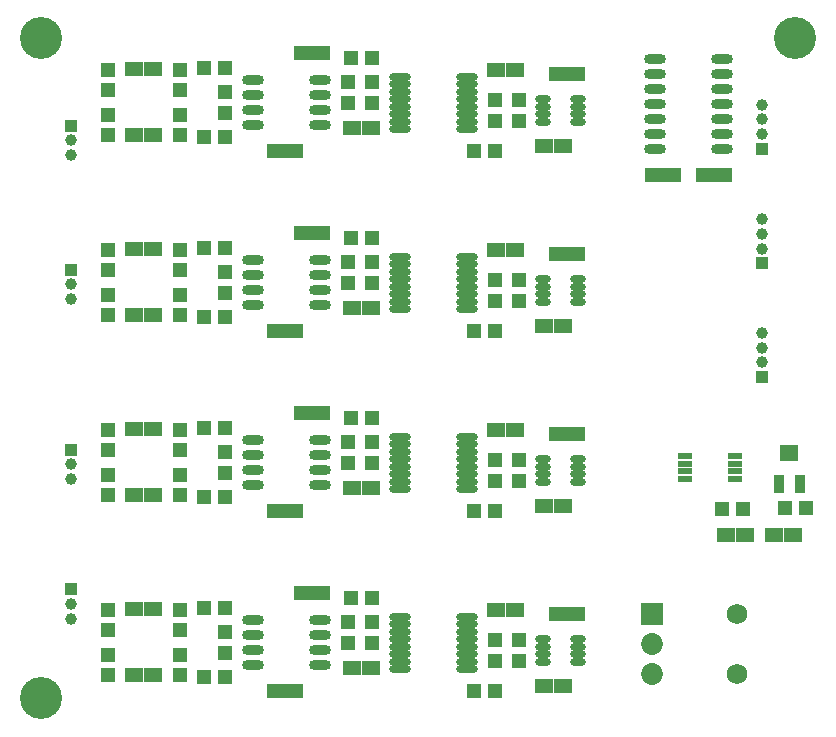
<source format=gbr>
%FSTAX23Y23*%
%MOIN*%
%SFA1B1*%

%IPPOS*%
%ADD17R,0.038000X0.063000*%
%ADD18R,0.059000X0.058000*%
%ADD27C,0.140000*%
%ADD30R,0.039464X0.039464*%
%ADD31C,0.039464*%
%ADD32R,0.072929X0.072929*%
%ADD33C,0.072929*%
%ADD34C,0.068992*%
%ADD41O,0.072960X0.033590*%
%ADD42R,0.059181X0.051307*%
%ADD43R,0.048945X0.022961*%
%ADD44O,0.053275X0.027685*%
%ADD45O,0.072960X0.027685*%
%ADD46R,0.047370X0.049338*%
%ADD47R,0.049338X0.047370*%
%LNacoustics_4_soldermask_top-1*%
%LPD*%
G54D17*
X02654Y00835D03*
X02585D03*
G54D18*
X0262Y00937D03*
G54D27*
X00125Y0232D03*
Y0012D03*
X0264Y0232D03*
G54D30*
X0253Y01951D03*
X00225Y02029D03*
Y01549D03*
Y00949D03*
Y00485D03*
X0253Y0157D03*
Y0119D03*
G54D31*
X00225Y0193D03*
Y0198D03*
Y015D03*
Y0145D03*
Y0085D03*
Y009D03*
Y00435D03*
Y00386D03*
X0253Y02099D03*
Y0205D03*
Y02D03*
Y01619D03*
Y01668D03*
Y01717D03*
Y01338D03*
Y01289D03*
Y0124D03*
G54D32*
X02162Y004D03*
G54D33*
X02162Y00301D03*
Y00203D03*
G54D34*
X02445Y004D03*
Y00203D03*
G54D41*
X01054Y00232D03*
Y00282D03*
Y00332D03*
Y00382D03*
X00831Y00232D03*
Y00282D03*
Y00332D03*
Y00382D03*
X02394Y0195D03*
Y02D03*
Y0205D03*
Y021D03*
Y0215D03*
Y022D03*
Y0225D03*
X02172Y0195D03*
Y02D03*
Y0205D03*
Y021D03*
Y0215D03*
Y022D03*
Y0225D03*
X01054Y01432D03*
Y01482D03*
Y01532D03*
Y01582D03*
X00831Y01432D03*
Y01482D03*
Y01532D03*
Y01582D03*
Y02182D03*
Y02132D03*
Y02082D03*
Y02032D03*
X01054Y02182D03*
Y02132D03*
Y02082D03*
Y02032D03*
Y00832D03*
Y00882D03*
Y00932D03*
Y00982D03*
X00831Y00832D03*
Y00882D03*
Y00932D03*
Y00982D03*
G54D42*
X02167Y01865D03*
X0223D03*
X024D03*
X02337D03*
X02631Y00665D03*
X02568D03*
X02408D03*
X02471D03*
X01642Y01615D03*
X01705D03*
X01225Y0142D03*
X01162D03*
X0191Y016D03*
X01847D03*
X01865Y0136D03*
X01802D03*
X0106Y0167D03*
X00997D03*
X0097Y01345D03*
X00907D03*
X00499Y01397D03*
X00436D03*
X00499Y01617D03*
X00436D03*
X01642Y00415D03*
X01705D03*
X01225Y0022D03*
X01162D03*
X0191Y004D03*
X01847D03*
X01865Y0016D03*
X01802D03*
X0106Y0047D03*
X00997D03*
X0097Y00145D03*
X00907D03*
X00499Y00197D03*
X00436D03*
X00499Y00417D03*
X00436D03*
X01642Y02215D03*
X01705D03*
X01225Y0202D03*
X01162D03*
X0191Y022D03*
X01847D03*
X01865Y0196D03*
X01802D03*
X0106Y0227D03*
X00997D03*
X0097Y01945D03*
X00907D03*
X00499Y01997D03*
X00436D03*
X00499Y02217D03*
X00436D03*
Y01017D03*
X00499D03*
X00436Y00797D03*
X00499D03*
X00907Y00745D03*
X0097D03*
X00997Y0107D03*
X0106D03*
X01802Y0076D03*
X01865D03*
X01847Y01D03*
X0191D03*
X01162Y0082D03*
X01225D03*
X01705Y01015D03*
X01642D03*
G54D43*
X02271Y00928D03*
Y00902D03*
Y00877D03*
Y00851D03*
X02438Y00928D03*
Y00902D03*
Y00877D03*
Y00851D03*
G54D44*
X018Y01518D03*
Y01492D03*
Y01467D03*
Y01441D03*
X01916Y01518D03*
Y01492D03*
Y01467D03*
Y01441D03*
X018Y00318D03*
Y00292D03*
Y00267D03*
Y00241D03*
X01916Y00318D03*
Y00292D03*
Y00267D03*
Y00241D03*
X018Y02118D03*
Y02092D03*
Y02067D03*
Y02041D03*
X01916Y02118D03*
Y02092D03*
Y02067D03*
Y02041D03*
Y00841D03*
Y00867D03*
Y00892D03*
Y00918D03*
X018Y00841D03*
Y00867D03*
Y00892D03*
Y00918D03*
G54D45*
X01322Y01592D03*
Y01567D03*
Y01542D03*
Y01517D03*
Y01492D03*
Y01467D03*
Y01442D03*
Y01417D03*
X01544Y01592D03*
Y01567D03*
Y01542D03*
Y01517D03*
Y01492D03*
Y01467D03*
Y01442D03*
Y01417D03*
X01322Y00392D03*
Y00367D03*
Y00342D03*
Y00317D03*
Y00292D03*
Y00267D03*
Y00242D03*
Y00217D03*
X01544Y00392D03*
Y00367D03*
Y00342D03*
Y00317D03*
Y00292D03*
Y00267D03*
Y00242D03*
Y00217D03*
X01322Y02192D03*
Y02167D03*
Y02142D03*
Y02117D03*
Y02092D03*
Y02067D03*
Y02042D03*
Y02017D03*
X01544Y02192D03*
Y02167D03*
Y02142D03*
Y02117D03*
Y02092D03*
Y02067D03*
Y02042D03*
Y02017D03*
Y00817D03*
Y00842D03*
Y00867D03*
Y00892D03*
Y00917D03*
Y00942D03*
Y00967D03*
Y00992D03*
X01322Y00817D03*
Y00842D03*
Y00867D03*
Y00892D03*
Y00917D03*
Y00942D03*
Y00967D03*
Y00992D03*
G54D46*
X01148Y01505D03*
Y01574D03*
X01638Y01514D03*
Y01445D03*
X01228Y01574D03*
Y01505D03*
X01718Y01514D03*
Y01445D03*
X00738Y01541D03*
Y01473D03*
X00588Y01466D03*
Y01398D03*
X00348Y01466D03*
Y01398D03*
X00588Y01548D03*
Y01616D03*
X00348Y01548D03*
Y01616D03*
X01148Y00305D03*
Y00374D03*
X01638Y00314D03*
Y00245D03*
X01228Y00374D03*
Y00305D03*
X01718Y00314D03*
Y00245D03*
X00738Y00341D03*
Y00273D03*
X00588Y00266D03*
Y00198D03*
X00348Y00266D03*
Y00198D03*
X00588Y00348D03*
Y00416D03*
X00348Y00348D03*
Y00416D03*
X01148Y02105D03*
Y02174D03*
X01638Y02114D03*
Y02045D03*
X01228Y02174D03*
Y02105D03*
X01718Y02114D03*
Y02045D03*
X00738Y02141D03*
Y02073D03*
X00588Y02066D03*
Y01998D03*
X00348Y02066D03*
Y01998D03*
X00588Y02148D03*
Y02216D03*
X00348Y02148D03*
Y02216D03*
Y01016D03*
Y00948D03*
X00588Y01016D03*
Y00948D03*
X00348Y00798D03*
Y00866D03*
X00588Y00798D03*
Y00866D03*
X00738Y00873D03*
Y00941D03*
X01718Y00845D03*
Y00914D03*
X01228Y00905D03*
Y00974D03*
X01638Y00845D03*
Y00914D03*
X01148Y00974D03*
Y00905D03*
G54D47*
X01637Y01345D03*
X01569D03*
X01159Y01655D03*
X01227D03*
X00668Y01392D03*
X00737D03*
X00668Y01622D03*
X00737D03*
X01569Y00145D03*
X01637D03*
X02605Y00755D03*
X02674D03*
X02464Y0075D03*
X02395D03*
X01569Y01945D03*
X01637D03*
X01159Y00455D03*
X01227D03*
X00668Y00192D03*
X00737D03*
X00668Y00422D03*
X00737D03*
X01159Y02255D03*
X01227D03*
X00668Y01992D03*
X00737D03*
X00668Y02222D03*
X00737D03*
Y01022D03*
X00668D03*
X00737Y00792D03*
X00668D03*
X01227Y01055D03*
X01159D03*
X01569Y00745D03*
X01637D03*
M02*
</source>
